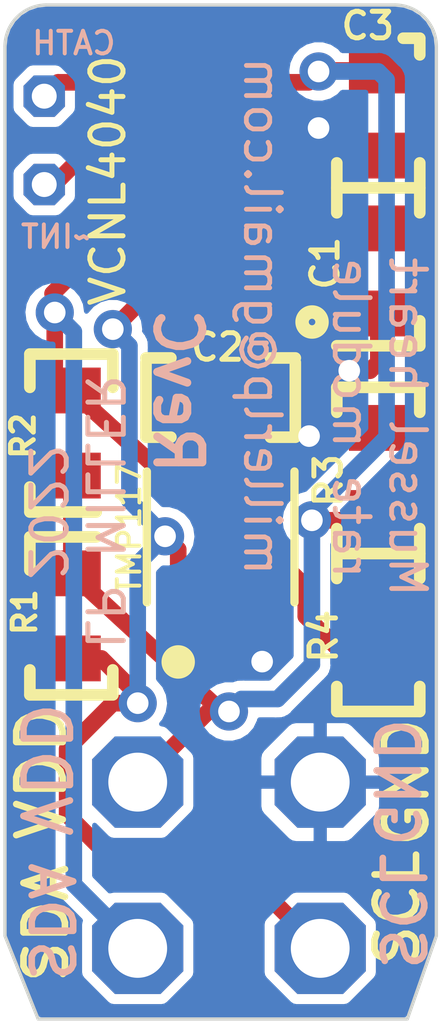
<source format=kicad_pcb>
(kicad_pcb (version 20211014) (generator pcbnew)
  (layers (0 "F.Cu" signal) (31 "B.Cu" signal) (34 "B.Paste" user) (35 "F.Paste" user) (36 "B.SilkS" user "B.Silkscreen") (37 "F.SilkS" user "F.Silkscreen") (38 "B.Mask" user) (39 "F.Mask" user) (44 "Edge.Cuts" user))
  (net 0 "")
  (net 1 "/CATHODE")
  (net 2 "GND")
  (net 3 "/~{INT}")
  (net 4 "/V+_1")
  (net 5 "/V+_2")
  (net 6 "VCC")
  (net 7 "/SCL")
  (net 8 "/SDA")
  (footprint "Miller_parts:1X01_SMALL_0.015IN_0.38MMDRILL" (layer "F.Cu") (at 145.8 100)
    (fp_text reference "/~{INT}1" hide)
    (fp_text value "PINHD-1X10.7MM_DRILL" hide)
    (pad "P$1" thru_hole roundrect (at 0 0 180) (size 0.635 0.635) (drill 0.381) (layers *.Cu *.Mask) (chamfer_ratio 0.25) (chamfer top_left top_right bottom_left bottom_right) (net 3 "/~{INT}"))
  )
  (footprint "Miller_parts:1X01_SMALL_0.015IN_0.38MMDRILL" (layer "F.Cu") (at 145.8 98.65)
    (fp_text reference "CATHODE1" hide)
    (fp_text value "PINHD-1X10.7MM_DRILL" hide)
    (pad "P$1" thru_hole roundrect (at 0 0 180) (size 0.635 0.635) (drill 0.381) (layers *.Cu *.Mask) (chamfer_ratio 0.25) (chamfer top_left top_right bottom_left bottom_right) (net 1 "/CATHODE"))
  )
  (footprint "Miller_parts:1X01_SMALL_HEADER_PIN_D0.9MM_W1.4MM" (layer "F.Cu") (at 150.0251 111.6711)
    (fp_text reference "SCL1" hide)
    (fp_text value "PINHD-1X1SMALL" hide)
    (pad "1" thru_hole roundrect (at 0 0) (size 1.397 1.397) (drill 0.9) (layers *.Cu *.Mask) (chamfer_ratio 0.25) (chamfer top_left top_right bottom_left bottom_right) (net 7 "/SCL"))
  )
  (footprint "Mussel_heartrate_RevC:C0402" (layer "F.Cu") (at 148.5 103.25 180)
    (fp_text reference "C2" (at -0.3989 0.7641) (layer "F.SilkS") (effects (font (size 0.4064 0.4064) (thickness 0.0762)) (justify right)))
    (fp_text value "0.1µF" hide)
    (pad "1" smd rect (at -0.65 0 180) (size 0.7 0.9) (layers "F.Cu" "F.Paste" "F.Mask") (net 2 "GND"))
    (pad "2" smd rect (at 0.65 0 180) (size 0.7 0.9) (layers "F.Cu" "F.Paste" "F.Mask") (net 5 "/V+_2"))
  )
  (footprint "Mussel_heartrate_RevC:R0402" (layer "F.Cu") (at 146.2151 103.7971 -90)
    (fp_text reference "R2" (at -0.3471 0.7401 90) (layer "F.SilkS") (effects (font (size 0.349179 0.349179) (thickness 0.0762)) (justify right)))
    (fp_text value "2.2k" hide)
    (pad "1" smd rect (at -0.65 0 270) (size 0.7 0.9) (layers "F.Cu" "F.Paste" "F.Mask") (net 8 "/SDA"))
    (pad "2" smd rect (at 0.65 0 270) (size 0.7 0.9) (layers "F.Cu" "F.Paste" "F.Mask") (net 6 "VCC"))
  )
  (footprint "Mussel_heartrate_RevC:R0402" (layer "F.Cu") (at 146.2151 106.5911 90)
    (fp_text reference "R1" (at -0.3339 -0.7151 90) (layer "F.SilkS") (effects (font (size 0.349179 0.349179) (thickness 0.0762)) (justify left)))
    (fp_text value "2.2k" hide)
    (pad "1" smd rect (at -0.65 0 90) (size 0.7 0.9) (layers "F.Cu" "F.Paste" "F.Mask") (net 7 "/SCL"))
    (pad "2" smd rect (at 0.65 0 90) (size 0.7 0.9) (layers "F.Cu" "F.Paste" "F.Mask") (net 6 "VCC"))
  )
  (footprint "Mussel_heartrate_RevC:R0402" (layer "F.Cu") (at 150.9141 104.3686 -90)
    (fp_text reference "R3" (at -0.2936 0.7641 90) (layer "F.SilkS") (effects (font (size 0.4064 0.4064) (thickness 0.0762)) (justify right)))
    (fp_text value "22ohm" hide)
    (pad "1" smd rect (at -0.65 0 270) (size 0.7 0.9) (layers "F.Cu" "F.Paste" "F.Mask") (net 4 "/V+_1"))
    (pad "2" smd rect (at 0.65 0 270) (size 0.7 0.9) (layers "F.Cu" "F.Paste" "F.Mask") (net 6 "VCC"))
  )
  (footprint "Mussel_heartrate_RevC:C0402" (layer "F.Cu") (at 150.9141 101.3206 90)
    (fp_text reference "C1" (at -0.3294 -0.8141 90) (layer "F.SilkS") (effects (font (size 0.4064 0.4064) (thickness 0.0762)) (justify left)))
    (fp_text value "0.1µF" hide)
    (pad "1" smd rect (at -0.65 0 90) (size 0.7 0.9) (layers "F.Cu" "F.Paste" "F.Mask") (net 2 "GND"))
    (pad "2" smd rect (at 0.65 0 90) (size 0.7 0.9) (layers "F.Cu" "F.Paste" "F.Mask") (net 4 "/V+_1"))
  )
  (footprint "Miller_parts:1X01_SMALL_HEADER_PIN_D0.9MM_W1.4MM" (layer "F.Cu") (at 147.2311 109.1311)
    (fp_text reference "VDD1" hide)
    (fp_text value "PINHD-1X1SMALL" hide)
    (pad "1" thru_hole roundrect (at 0 0) (size 1.397 1.397) (drill 0.9) (layers *.Cu *.Mask) (chamfer_ratio 0.25) (chamfer top_left top_right bottom_left bottom_right) (net 6 "VCC"))
  )
  (footprint "Mussel_heartrate_RevC:VISHAY_VCNL4040_4X2X1.1" (layer "F.Cu") (at 148.5011 100.0506 180)
    (fp_text reference "VCNL4040" (at 1.7261 2.0756 90) (layer "F.SilkS") (effects (font (size 0.508 0.508) (thickness 0.0762)) (justify right)))
    (fp_text value "VCNL4040M3OE" hide)
    (fp_circle (center -1.399 -2.05) (end -1.349 -2.05) (layer "F.SilkS") (width 0.127) (fill none))
    (pad "1" smd rect (at -0.7 -1.6125 180) (size 0.7 0.725) (layers "F.Cu" "F.Paste" "F.Mask") (net 2 "GND"))
    (pad "2" smd rect (at -0.7 -0.5375 180) (size 0.7 0.725) (layers "F.Cu" "F.Paste" "F.Mask") (net 1 "/CATHODE"))
    (pad "3" smd rect (at -0.7 0.5375 180) (size 0.7 0.725) (layers "F.Cu" "F.Paste" "F.Mask") (net 4 "/V+_1"))
    (pad "4" smd rect (at -0.7 1.6125 180) (size 0.7 0.725) (layers "F.Cu" "F.Paste" "F.Mask") (net 6 "VCC"))
    (pad "5" smd rect (at 0.7 1.6125 180) (size 0.7 0.725) (layers "F.Cu" "F.Paste" "F.Mask") (net 1 "/CATHODE"))
    (pad "6" smd rect (at 0.7 0.5375 180) (size 0.7 0.725) (layers "F.Cu" "F.Paste" "F.Mask") (net 3 "/~{INT}"))
    (pad "7" smd rect (at 0.7 -0.5375 180) (size 0.7 0.725) (layers "F.Cu" "F.Paste" "F.Mask") (net 8 "/SDA"))
    (pad "8" smd rect (at 0.7 -1.6125 180) (size 0.7 0.725) (layers "F.Cu" "F.Paste" "F.Mask") (net 7 "/SCL"))
  )
  (footprint "Mussel_heartrate_RevC:C0402" (layer "F.Cu") (at 150.9141 98.9076 90)
    (fp_text reference "C3" (at 1.3326 0.2859) (layer "F.SilkS") (effects (font (size 0.4064 0.4064) (thickness 0.0762)) (justify right)))
    (fp_text value "2.2uF" hide)
    (pad "1" smd rect (at -0.65 0 90) (size 0.7 0.9) (layers "F.Cu" "F.Paste" "F.Mask") (net 2 "GND"))
    (pad "2" smd rect (at 0.65 0 90) (size 0.7 0.9) (layers "F.Cu" "F.Paste" "F.Mask") (net 6 "VCC"))
  )
  (footprint "Miller_parts:1X01_SMALL_HEADER_PIN_D0.9MM_W1.4MM" (layer "F.Cu") (at 150.0251 109.1311)
    (fp_text reference "GND1" hide)
    (fp_text value "PINHD-1X1SMALL" hide)
    (pad "1" thru_hole roundrect (at 0 0) (size 1.397 1.397) (drill 0.9) (layers *.Cu *.Mask) (chamfer_ratio 0.25) (chamfer top_left top_right bottom_left bottom_right) (net 2 "GND"))
  )
  (footprint "Mussel_heartrate_RevC:R0402" (layer "F.Cu") (at 150.9141 106.9086 90)
    (fp_text reference "R4" (at -0.4414 -0.8391 90) (layer "F.SilkS") (effects (font (size 0.4064 0.4064) (thickness 0.0762)) (justify left)))
    (fp_text value "22ohm" hide)
    (pad "1" smd rect (at -0.65 0 90) (size 0.7 0.9) (layers "F.Cu" "F.Paste" "F.Mask") (net 5 "/V+_2"))
    (pad "2" smd rect (at 0.65 0 90) (size 0.7 0.9) (layers "F.Cu" "F.Paste" "F.Mask") (net 6 "VCC"))
  )
  (footprint "Mussel_heartrate_RevC:SON65P200X200X80-7N" (layer "F.Cu") (at 148.5011 105.3846 90)
    (fp_text reference "TMP117" (at -0.9154 -1.4011 90) (layer "F.SilkS") (effects (font (size 0.346578 0.346578) (thickness 0.059822)) (justify left)))
    (fp_text value "TMP117MAIDRVR" hide)
    (fp_line (start -1 -1.13) (end 1 -1.13) (layer "F.SilkS") (width 0.127))
    (fp_line (start -1 1.13) (end 1 1.13) (layer "F.SilkS") (width 0.127))
    (fp_circle (center -1.91 -0.65) (end -1.81 -0.65) (layer "F.SilkS") (width 0.2) (fill none))
    (pad "1" smd rect (at -1.025 -0.65 90) (size 0.66 0.32) (layers "F.Cu" "F.Paste" "F.Mask") (net 7 "/SCL"))
    (pad "2" smd rect (at -1.025 0 90) (size 0.66 0.32) (layers "F.Cu" "F.Paste" "F.Mask") (net 2 "GND"))
    (pad "3" smd rect (at -1.025 0.65 90) (size 0.66 0.32) (layers "F.Cu" "F.Paste" "F.Mask") (net 2 "GND"))
    (pad "4" smd rect (at 1.025 0.65 90) (size 0.66 0.32) (layers "F.Cu" "F.Paste" "F.Mask") (net 2 "GND"))
    (pad "5" smd rect (at 1.025 0 90) (size 0.66 0.32) (layers "F.Cu" "F.Paste" "F.Mask") (net 5 "/V+_2"))
    (pad "6" smd rect (at 1.025 -0.65 90) (size 0.66 0.32) (layers "F.Cu" "F.Paste" "F.Mask") (net 8 "/SDA"))
  )
  (footprint "Miller_parts:1X01_SMALL_HEADER_PIN_D0.9MM_W1.4MM" (layer "F.Cu") (at 147.2311 111.6711)
    (fp_text reference "SDA1" hide)
    (fp_text value "PINHD-1X1SMALL" hide)
    (pad "1" thru_hole roundrect (at 0 0) (size 1.397 1.397) (drill 0.9) (layers *.Cu *.Mask) (chamfer_ratio 0.25) (chamfer top_left top_right bottom_left bottom_right) (net 8 "/SDA"))
  )
  (gr_line (start 149.2631 102.65) (end 149.6441 102.65) (layer "F.SilkS") (width 0.1778))
  (gr_line (start 150.2791 100.0506) (end 150.2791 100.4316) (layer "F.SilkS") (width 0.1778))
  (gr_line (start 145.5801 103.0986) (end 145.5801 102.5906) (layer "F.SilkS") (width 0.1778))
  (gr_line (start 149.6441 103.8606) (end 149.2631 103.8606) (layer "F.SilkS") (width 0.1778))
  (gr_line (start 151.5491 105.6386) (end 151.5491 105.2576) (layer "F.SilkS") (width 0.1778))
  (gr_line (start 150.2791 103.0986) (end 151.5491 103.0986) (layer "F.SilkS") (width 0.1778))
  (gr_line (start 146.8501 102.5906) (end 146.8501 103.0986) (layer "F.SilkS") (width 0.1778))
  (gr_line (start 145.5801 104.6226) (end 145.5801 105.0036) (layer "F.SilkS") (width 0.1778))
  (gr_line (start 145.5801 107.7976) (end 146.8501 107.7976) (layer "F.SilkS") (width 0.1778))
  (gr_line (start 150.2791 102.4636) (end 151.5491 102.4636) (layer "F.SilkS") (width 0.1778))
  (gr_line (start 151.5491 105.6386) (end 151.5491 106.0196) (layer "F.SilkS") (width 0.1778))
  (gr_line (start 150.2791 107.6706) (end 150.2791 108.0516) (layer "F.SilkS") (width 0.1778))
  (gr_line (start 151.5491 100.0506) (end 151.5491 100.4316) (layer "F.SilkS") (width 0.1778))
  (gr_line (start 150.2791 103.4796) (end 150.2791 103.0986) (layer "F.SilkS") (width 0.1778))
  (gr_line (start 150.2791 100.0506) (end 151.5491 100.0506) (layer "F.SilkS") (width 0.1778))
  (gr_line (start 151.5491 108.0516) (end 151.5491 107.6706) (layer "F.SilkS") (width 0.1778))
  (gr_line (start 145.5801 102.5906) (end 146.8501 102.5906) (layer "F.SilkS") (width 0.1778))
  (gr_line (start 145.5801 105.0036) (end 146.5961 105.0036) (layer "F.SilkS") (width 0.1778))
  (gr_line (start 151.5491 102.4636) (end 151.5491 102.0826) (layer "F.SilkS") (width 0.1778))
  (gr_line (start 147.3581 103.8606) (end 147.7391 103.8606) (layer "F.SilkS") (width 0.1778))
  (gr_line (start 147.3581 102.7176) (end 147.3581 103.8606) (layer "F.SilkS") (width 0.1778))
  (gr_line (start 151.5491 97.7646) (end 151.2951 97.7646) (layer "F.SilkS") (width 0.1778))
  (gr_line (start 150.2791 108.0516) (end 151.5491 108.0516) (layer "F.SilkS") (width 0.1778))
  (gr_circle (center 149.9001 102.1006) (end 150.079703 102.1006) (layer "F.SilkS") (width 0.1524) (fill none))
  (gr_line (start 145.5801 107.4166) (end 145.5801 107.7976) (layer "F.SilkS") (width 0.1778))
  (gr_line (start 151.5491 100.0506) (end 151.5491 99.6696) (layer "F.SilkS") (width 0.1778))
  (gr_line (start 150.2791 105.2576) (end 150.2791 105.6386) (layer "F.SilkS") (width 0.1778))
  (gr_line (start 149.6441 102.7176) (end 149.6441 103.8606) (layer "F.SilkS") (width 0.1778))
  (gr_line (start 147.7391 102.65) (end 147.3581 102.65) (layer "F.SilkS") (width 0.1778))
  (gr_line (start 146.8501 107.7976) (end 146.8501 107.4166) (layer "F.SilkS") (width 0.1778))
  (gr_line (start 150.2791 105.6386) (end 151.5491 105.6386) (layer "F.SilkS") (width 0.1778))
  (gr_circle (center 147.8511 107.2946) (end 148.030703 107.2946) (layer "F.SilkS") (width 0.1524) (fill none))
  (gr_line (start 146.5961 105.3846) (end 145.5801 105.3846) (layer "F.SilkS") (width 0.1778))
  (gr_line (start 145.5801 105.3846) (end 145.5801 105.8926) (layer "F.SilkS") (width 0.1778))
  (gr_line (start 150.2791 105.6386) (end 150.2791 106.0196) (layer "F.SilkS") (width 0.1778))
  (gr_line (start 151.5491 98.0186) (end 151.5491 97.7646) (layer "F.SilkS") (width 0.1778))
  (gr_line (start 151.5491 103.0986) (end 151.5491 103.4796) (layer "F.SilkS") (width 0.1778))
  (gr_line (start 150.2791 99.6696) (end 150.2791 100.0506) (layer "F.SilkS") (width 0.1778))
  (gr_arc (start 145.1991 97.8916) (mid 145.385087 97.442587) (end 145.8341 97.2566) (layer "Edge.Cuts") (width 0.05))
  (gr_line (start 151.1681 97.2566) (end 145.8341 97.2566) (layer "Edge.Cuts") (width 0.05))
  (gr_line (start 151.8031 111.4806) (end 151.3586 112.7506) (layer "Edge.Cuts") (width 0.05))
  (gr_line (start 145.7071 112.7506) (end 151.3586 112.7506) (layer "Edge.Cuts") (width 0.05))
  (gr_line (start 151.8031 111.4806) (end 151.8031 97.8916) (layer "Edge.Cuts") (width 0.05))
  (gr_line (start 145.1991 111.4806) (end 145.7071 112.7506) (layer "Edge.Cuts") (width 0.05))
  (gr_line (start 145.1991 97.8916) (end 145.1991 111.4806) (layer "Edge.Cuts") (width 0.05))
  (gr_arc (start 151.1681 97.2566) (mid 151.617113 97.442587) (end 151.8031 97.8916) (layer "Edge.Cuts") (width 0.05))
  (gr_text "RevC" (at 148.2471 101.8286 -90) (layer "B.SilkS") (effects (font (size 0.69088 0.69088) (thickness 0.12192)) (justify right top mirror)))
  (gr_text "SCL" (at 150.9 112.05 -90) (layer "B.SilkS") (effects (font (size 0.635 0.635) (thickness 0.1016)) (justify left bottom mirror)))
  (gr_text "GND" (at 151.55 108.1 -90) (layer "B.SilkS") (effects (font (size 0.635 0.635) (thickness 0.1016)) (justify right top mirror)))
  (gr_text "SDA" (at 145.525 112.225 -90) (layer "B.SilkS") (effects (font (size 0.635 0.635) (thickness 0.1016)) (justify left bottom mirror)))
  (gr_text "Mussel heart\nrate module" (at 151.6761 101.0666 -90) (layer "B.SilkS") (effects (font (size 0.536448 0.536448) (thickness 0.073152)) (justify right top mirror)))
  (gr_text "CATH" (at 145.5801 97.6376) (layer "B.SilkS") (effects (font (size 0.34544 0.34544) (thickness 0.06096)) (justify right top mirror)))
  (gr_text "~INT" (at 146.525 101) (layer "B.SilkS") (effects (font (size 0.34544 0.34544) (thickness 0.06096)) (justify left bottom mirror)))
  (gr_text "LP MILLER\n2022" (at 146.2786 105.0036 -90) (layer "B.SilkS") (effects (font (size 0.542544 0.542544) (thickness 0.0762)) (justify mirror)))
  (gr_text "VDD" (at 145.3896 110.0201 -90) (layer "B.SilkS") (effects (font (size 0.7112 0.7112) (thickness 0.1016)) (justify left bottom mirror)))
  (gr_text "millerlp@gmail.com" (at 148.825 106.0196 -90) (layer "B.SilkS") (effects (font (size 0.536448 0.536448) (thickness 0.073152)) (justify left bottom mirror)))
  (gr_text "SCL" (at 151.575 112 90) (layer "F.SilkS") (effects (font (size 0.635 0.635) (thickness 0.1016)) (justify left bottom)))
  (gr_text "SDA" (at 146.2 112.25 90) (layer "F.SilkS") (effects (font (size 0.635 0.635) (thickness 0.1016)) (justify left bottom)))
  (gr_text "VDD" (at 146.175 110.075 90) (layer "F.SilkS") (effects (font (size 0.7112 0.7112) (thickness 0.1016)) (justify left bottom)))
  (gr_text "GND" (at 150.975 108.1 90) (layer "F.SilkS") (effects (font (size 0.635 0.635) (thickness 0.1016)) (justify right top)))
  (segment (start 147.876 98.2362) (end 148.139831 98.2362) (width 0.254) (layer "F.Cu") (net 1))
  (segment (start 148.4447 98.541069) (end 148.4447 100.499332) (width 0.254) (layer "F.Cu") (net 1))
  (segment (start 149.2011 100.5881) (end 148.533468 100.5881) (width 0.254) (layer "F.Cu") (net 1))
  (segment (start 147.8011 98.4381) (end 147.876 98.2362) (width 0.254) (layer "F.Cu") (net 1))
  (segment (start 146.0119 98.4381) (end 147.8011 98.4381) (width 0.254) (layer "F.Cu") (net 1))
  (segment (start 148.139831 98.2362) (end 148.4447 98.541069) (width 0.254) (layer "F.Cu") (net 1))
  (segment (start 148.533468 100.5881) (end 148.4447 100.499332) (width 0.254) (layer "F.Cu") (net 1))
  (segment (start 145.8 98.65) (end 146.0119 98.4381) (width 0.254) (layer "F.Cu") (net 1))
  (segment (start 149.1511 101.9941) (end 149.0741 101.9171) (width 0.254) (layer "F.Cu") (net 2))
  (segment (start 149.1511 107.2746) (end 149.1361 107.2896) (width 0.254) (layer "F.Cu") (net 2))
  (segment (start 150.9141 102.7176) (end 150.9141 101.9706) (width 0.254) (layer "F.Cu") (net 2))
  (segment (start 148.5011 106.4096) (end 149.1511 106.4096) (width 0.254) (layer "F.Cu") (net 2))
  (segment (start 149.4952 104.3596) (end 149.1511 104.3596) (width 0.254) (layer "F.Cu") (net 2))
  (segment (start 149.854536 103.843769) (end 149.854536 104.000264) (width 0.254) (layer "F.Cu") (net 2))
  (segment (start 150.4207 99.5576) (end 149.9997 99.1366) (width 0.254) (layer "F.Cu") (net 2))
  (segment (start 150.9141 99.5576) (end 150.4207 99.5576) (width 0.254) (layer "F.Cu") (net 2))
  (segment (start 150.7871 102.8446) (end 150.9141 102.7176) (width 0.254) (layer "F.Cu") (net 2))
  (segment (start 150.4696 102.8446) (end 150.7871 102.8446) (width 0.254) (layer "F.Cu") (net 2))
  (segment (start 149.1511 104.3596) (end 149.1511 103.2891) (width 0.254) (layer "F.Cu") (net 2))
  (segment (start 149.854536 104.000264) (end 149.4952 104.3596) (width 0.254) (layer "F.Cu") (net 2))
  (segment (start 149.2011 101.6631) (end 149.0741 101.9171) (width 0.254) (layer "F.Cu") (net 2))
  (segment (start 149.1511 101.9941) (end 149.1511 103.2891) (width 0.254) (layer "F.Cu") (net 2))
  (segment (start 149.1511 106.4096) (end 149.1511 107.2746) (width 0.254) (layer "F.Cu") (net 2))
  (via (at 149.854536 103.843769) (size 0.5842) (drill 0.3302) (layers "F.Cu" "B.Cu") (net 2))
  (via (at 149.1361 107.2896) (size 0.5842) (drill 0.3302) (layers "F.Cu" "B.Cu") (net 2))
  (via (at 150.4696 102.8446) (size 0.5842) (drill 0.3302) (layers "F.Cu" "B.Cu") (net 2))
  (via (at 149.9997 99.1366) (size 0.5842) (drill 0.3302) (layers "F.Cu" "B.Cu") (net 2))
  (segment (start 149.9997 99.1366) (end 149.8981 99.035) (width 0.254) (layer "B.Cu") (net 2))
  (segment (start 149.854536 103.843769) (end 149.837705 103.8606) (width 0.254) (layer "B.Cu") (net 2))
  (segment (start 149.837705 103.8606) (end 149.5171 103.8606) (width 0.254) (layer "B.Cu") (net 2))
  (segment (start 149.1361 107.2896) (end 148.7551 107.2896) (width 0.254) (layer "B.Cu") (net 2))
  (segment (start 150.4696 102.8446) (end 150.6347 102.8446) (width 0.254) (layer "B.Cu") (net 2))
  (segment (start 149.8981 99.0346) (end 149.8981 99.035) (width 0.254) (layer "B.Cu") (net 2))
  (segment (start 146.4369 99.5131) (end 145.925 100.025) (width 0.25) (layer "F.Cu") (net 3))
  (segment (start 147.8011 99.5131) (end 146.4369 99.5131) (width 0.25) (layer "F.Cu") (net 3))
  (segment (start 149.3606 99.5131) (end 150.51835 100.67085) (width 0.254) (layer "F.Cu") (net 4))
  (segment (start 150.5186 100.6706) (end 150.9141 100.6706) (width 0.254) (layer "F.Cu") (net 4))
  (segment (start 149.8686 103.051825) (end 149.8686 101.3206) (width 0.254) (layer "F.Cu") (net 4))
  (segment (start 150.51835 100.67085) (end 150.5186 100.6706) (width 0.254) (layer "F.Cu") (net 4))
  (segment (start 149.2011 99.5131) (end 149.3606 99.5131) (width 0.254) (layer "F.Cu") (net 4))
  (segment (start 149.8686 101.3206) (end 150.51835 100.67085) (width 0.254) (layer "F.Cu") (net 4))
  (segment (start 150.535375 103.7186) (end 150.232875 103.4161) (width 0.1778) (layer "F.Cu") (net 4))
  (segment (start 150.9141 103.7186) (end 150.535375 103.7186) (width 0.1778) (layer "F.Cu") (net 4))
  (segment (start 150.232875 103.4161) (end 149.8686 103.051825) (width 0.254) (layer "F.Cu") (net 4))
  (segment (start 149.8037 106.151332) (end 149.8037 106.597332) (width 0.254) (layer "F.Cu") (net 5))
  (segment (start 148.5011 104.2326) (end 148.4861 104.2176) (width 0.254) (layer "F.Cu") (net 5))
  (segment (start 148.519968 104.378469) (end 148.519968 104.8676) (width 0.254) (layer "F.Cu") (net 5))
  (segment (start 148.5011 104.3596) (end 148.519968 104.378469) (width 0.254) (layer "F.Cu") (net 5))
  (segment (start 149.8037 106.597332) (end 150.6601 107.453732) (width 0.254) (layer "F.Cu") (net 5))
  (segment (start 148.4861 103.9241) (end 147.8511 103.2891) (width 0.254) (layer "F.Cu") (net 5))
  (segment (start 148.519968 104.8676) (end 149.8037 106.151332) (width 0.254) (layer "F.Cu") (net 5))
  (segment (start 150.6601 107.453732) (end 150.9141 107.5586) (width 0.254) (layer "F.Cu") (net 5))
  (segment (start 148.4861 103.9241) (end 148.4861 104.2176) (width 0.254) (layer "F.Cu") (net 5))
  (segment (start 148.5011 104.3596) (end 148.5011 104.2326) (width 0.254) (layer "F.Cu") (net 5))
  (segment (start 150.018103 98.2576) (end 149.9997 98.2726) (width 0.254) (layer "F.Cu") (net 6))
  (segment (start 150.9141 106.2586) (end 150.9141 105.0186) (width 0.254) (layer "F.Cu") (net 6))
  (segment (start 148.5161 108.0516) (end 148.6281 108.0516) (width 0.254) (layer "F.Cu") (net 6))
  (segment (start 148.3106 108.0516) (end 147.2311 109.1311) (width 0.254) (layer "F.Cu") (net 6))
  (segment (start 149.2011 98.4381) (end 149.848571 98.4381) (width 0.254) (layer "F.Cu") (net 6))
  (segment (start 150.6116 105.1306) (end 149.8981 105.1306) (width 0.254) (layer "F.Cu") (net 6))
  (segment (start 149.9997 98.2726) (end 149.848571 98.4381) (width 0.254) (layer "F.Cu") (net 6))
  (segment (start 148.3106 108.0516) (end 148.6281 108.0516) (width 0.254) (layer "F.Cu") (net 6))
  (segment (start 146.2151 105.9411) (end 146.2151 104.4471) (width 0.254) (layer "F.Cu") (net 6))
  (segment (start 150.9141 105.0186) (end 150.6116 105.1306) (width 0.254) (layer "F.Cu") (net 6))
  (segment (start 150.018103 98.2576) (end 150.9141 98.2576) (width 0.254) (layer "F.Cu") (net 6))
  (segment (start 146.2151 105.9411) (end 148.5161 108.0516) (width 0.254) (layer "F.Cu") (net 6))
  (via (at 149.8981 105.1306) (size 0.5842) (drill 0.3302) (layers "F.Cu" "B.Cu") (net 6))
  (via (at 149.9997 98.2726) (size 0.5842) (drill 0.3302) (layers "F.Cu" "B.Cu") (net 6))
  (via (at 148.6281 108.0516) (size 0.5842) (drill 0.3302) (layers "F.Cu" "B.Cu") (net 6))
  (segment (start 149.372825 107.8611) (end 149.8981 107.335825) (width 0.254) (layer "B.Cu") (net 6))
  (segment (start 150.9141 98.2726) (end 149.9997 98.2726) (width 0.254) (layer "B.Cu") (net 6))
  (segment (start 149.8981 105.1306) (end 149.8981 105.0036) (width 0.254) (layer "B.Cu") (net 6))
  (segment (start 149.8981 105.1306) (end 149.8981 107.335825) (width 0.254) (layer "B.Cu") (net 6))
  (segment (start 151.0411 103.8606) (end 151.0411 98.3996) (width 0.254) (layer "B.Cu") (net 6))
  (segment (start 148.8186 107.8611) (end 149.372825 107.8611) (width 0.254) (layer "B.Cu") (net 6))
  (segment (start 148.6281 108.0516) (end 148.8186 107.8611) (width 0.254) (layer "B.Cu") (net 6))
  (segment (start 151.0411 98.3996) (end 150.9141 98.2726) (width 0.254) (layer "B.Cu") (net 6))
  (segment (start 151.0411 103.8606) (end 149.8981 105.0036) (width 0.254) (layer "B.Cu") (net 6))
  (segment (start 147.8011 101.6631) (end 147.3966 101.6631) (width 0.254) (layer "F.Cu") (net 7))
  (segment (start 147.65 105.375) (end 147.8511 105.5761) (width 0.254) (layer "F.Cu") (net 7))
  (segment (start 146.6746 107.2411) (end 147.2311 107.7976) (width 0.254) (layer "F.Cu") (net 7))
  (segment (start 146.8504 107.9246) (end 147.2311 107.9246) (width 0.254) (layer "F.Cu") (net 7))
  (segment (start 150.0251 111.6711) (end 148.579 110.225) (width 0.254) (layer "F.Cu") (net 7))
  (segment (start 147.8511 105.5761) (end 147.8511 106.4096) (width 0.254) (layer "F.Cu") (net 7))
  (segment (start 146.15 109.625) (end 146.15 108.625) (width 0.254) (layer "F.Cu") (net 7))
  (segment (start 146.75 110.225) (end 146.15 109.625) (width 0.254) (layer "F.Cu") (net 7))
  (segment (start 147.2311 107.7976) (end 147.2311 107.9246) (width 0.254) (layer "F.Cu") (net 7))
  (segment (start 146.2151 107.2411) (end 146.6746 107.2411) (width 0.254) (layer "F.Cu") (net 7))
  (segment (start 146.15 108.625) (end 146.8504 107.9246) (width 0.254) (layer "F.Cu") (net 7))
  (segment (start 148.579 110.225) (end 146.75 110.225) (width 0.254) (layer "F.Cu") (net 7))
  (segment (start 147.3966 101.6631) (end 146.8501 102.2096) (width 0.254) (layer "F.Cu") (net 7))
  (via (at 147.65 105.375) (size 0.5842) (drill 0.3302) (layers "F.Cu" "B.Cu") (net 7))
  (via (at 147.2311 107.9246) (size 0.5842) (drill 0.3302) (layers "F.Cu" "B.Cu") (net 7))
  (via (at 146.8501 102.2096) (size 0.5842) (drill 0.3302) (layers "F.Cu" "B.Cu") (net 7))
  (segment (start 147.2311 105.7939) (end 147.2311 107.9246) (width 0.254) (layer "B.Cu") (net 7))
  (segment (start 147.1041 104.8291) (end 147.1041 102.4636) (width 0.254) (layer "B.Cu") (net 7))
  (segment (start 147.65 105.375) (end 147.1041 104.8291) (width 0.254) (layer "B.Cu") (net 7))
  (segment (start 147.1041 102.4636) (end 146.8501 102.2096) (width 0.254) (layer "B.Cu") (net 7))
  (segment (start 147.65 105.375) (end 147.2311 105.7939) (width 0.254) (layer "B.Cu") (net 7))
  (segment (start 146.700368 100.8942) (end 145.927034 101.667535) (width 0.254) (layer "F.Cu") (net 8))
  (segment (start 145.9611 101.7016) (end 145.9611 101.9556) (width 0.254) (layer "F.Cu") (net 8))
  (segment (start 147.368 100.8942) (end 146.700368 100.8942) (width 0.254) (layer "F.Cu") (net 8))
  (segment (start 147.8011 100.5881) (end 147.368 100.8942) (width 0.254) (layer "F.Cu") (net 8))
  (segment (start 145.9611 101.9556) (end 145.9611 102.8931) (width 0.254) (layer "F.Cu") (net 8))
  (segment (start 146.2151 103.1471) (end 145.9611 102.8931) (width 0.254) (layer "F.Cu") (net 8))
  (segment (start 147.8511 104.3596) (end 147.5546 104.3596) (width 0.254) (layer "F.Cu") (net 8))
  (segment (start 147.5546 104.3596) (end 146.2151 103.1471) (width 0.254) (layer "F.Cu") (net 8))
  (via (at 145.9611 101.9556) (size 0.5842) (drill 0.3302) (layers "F.Cu" "B.Cu") (net 8))
  (segment (start 147.2311 111.6711) (end 146.2532 110.6932) (width 0.254) (layer "B.Cu") (net 8))
  (segment (start 146.2532 102.2477) (end 146.2532 110.6932) (width 0.254) (layer "B.Cu") (net 8))
  (segment (start 145.9611 101.9556) (end 146.2532 102.2477) (width 0.254) (layer "B.Cu") (net 8))
  (zone (net 2) (net_name "GND") (layer "B.Cu") (priority 6) (connect_pads (clearance 0.000001)) (min_thickness 0.0762) (fill yes (thermal_gap 0.2024) (thermal_bridge_width 0.2024))
    (polygon (pts (xy 151.352342 97.203998) (xy 151.524029 97.275113) (xy 151.671459 97.388241) (xy 151.784587 97.535671) (xy 151.855702 97.707358) (xy 151.8793 97.886606) (xy 151.8793 111.49355) (xy 151.412662 112.8268) (xy 145.65551 112.8268) (xy 145.1229 111.495275) (xy 145.1229 97.886606) (xy 145.146498 97.707358) (xy 145.217613 97.535671) (xy 145.330741 97.388241) (xy 145.482237 97.271993) (xy 145.824068 97.1804) (xy 151.173094 97.1804)))
  )
)
</source>
